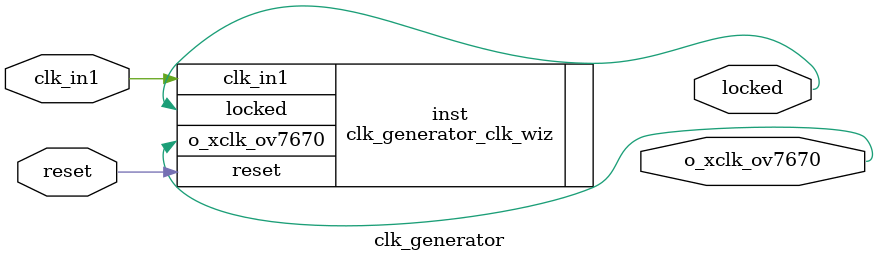
<source format=v>


`timescale 1ps/1ps

(* CORE_GENERATION_INFO = "clk_generator,clk_wiz_v6_0_15_0_0,{component_name=clk_generator,use_phase_alignment=true,use_min_o_jitter=false,use_max_i_jitter=false,use_dyn_phase_shift=false,use_inclk_switchover=false,use_dyn_reconfig=false,enable_axi=0,feedback_source=FDBK_AUTO,PRIMITIVE=MMCM,num_out_clk=1,clkin1_period=10.000,clkin2_period=10.000,use_power_down=false,use_reset=true,use_locked=true,use_inclk_stopped=false,feedback_type=SINGLE,CLOCK_MGR_TYPE=NA,manual_override=false}" *)

module clk_generator 
 (
  // Clock out ports
  output        o_xclk_ov7670,
  // Status and control signals
  input         reset,
  output        locked,
 // Clock in ports
  input         clk_in1
 );

  clk_generator_clk_wiz inst
  (
  // Clock out ports  
  .o_xclk_ov7670(o_xclk_ov7670),
  // Status and control signals               
  .reset(reset), 
  .locked(locked),
 // Clock in ports
  .clk_in1(clk_in1)
  );

endmodule

</source>
